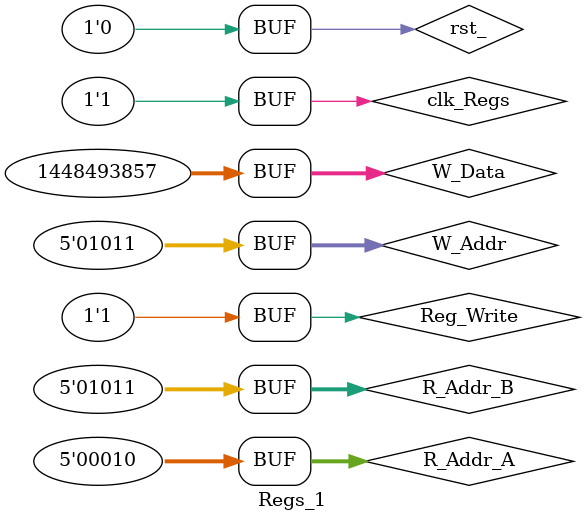
<source format=v>
`timescale 1ns / 1ps


module Regs_1;
            reg rst_, clk_Regs, Reg_Write;
            reg [4:0] R_Addr_A;
            reg [4:0] R_Addr_B;
            reg [4:0] W_Addr;
            reg [31:0] W_Data;
            wire [31:0] R_Data_A;
            wire [31:0] R_Data_B;
        Regs uut(
                .rst_(rst_), .clk_Regs(clk_Regs), .Reg_Write(Reg_Write),
                .R_Addr_A(R_Addr_A), .R_Addr_B(R_Addr_B), .W_Addr(W_Addr), .W_Data(W_Data),
                .R_Data_A(R_Data_A), .R_Data_B(R_Data_B)
                );
                
       initial
           begin
                rst_ =1;clk_Regs = 0; Reg_Write = 1;
                R_Addr_A = 5'b00000; R_Addr_B = 5'b00001; W_Addr = 5'b1; W_Data=32'hffff_ffff;
               #50;//ÑéÖ¤rst_
                    rst_ =0; 
               #20;
                    rst_ = 1;
               #50; //ÑéÖ¤Ð´
                    clk_Regs = 1; 
                #20;//0¼Ä´æÆ÷²»ÄÜÐ´Èë
                    clk_Regs =0;
                    W_Addr = 5'b0;
                #20;
                    clk_Regs =1;    
                #50;//¶ÁÁíÍâÁ½¸ö¼Ä´æÆ÷
                    R_Addr_A = 5'b00010; R_Addr_B = 5'b00011;
                #50;//µ±Regs_WriteÎª0Ê±£¬ÎÞ·¨Ð´Èë
                    clk_Regs =0;
                    Reg_Write =0;
                    W_Addr = 5'b00011;
                #50;
                    clk_Regs =1;
                #50;
                    clk_Regs =0;
                    Reg_Write =1;
                    W_Addr = 5'b01011;
                    W_Data=32'h5656_4321;
                    R_Addr_B = 5'b01011;
                #50;
                    clk_Regs =1;
                #50;
                    rst_ =0;    
           end                                       
endmodule

</source>
